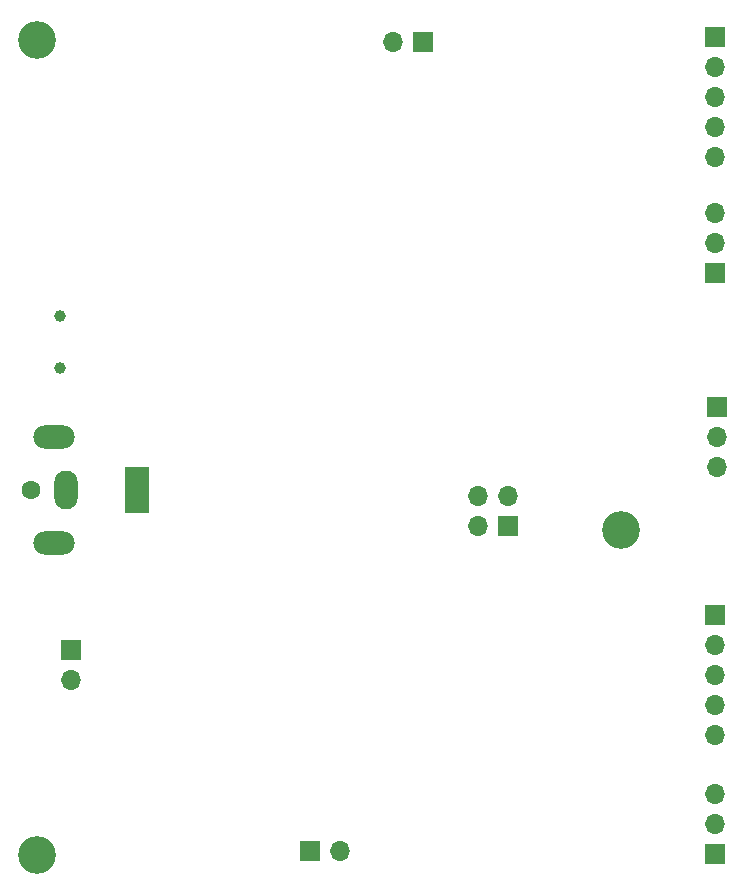
<source format=gbr>
%TF.GenerationSoftware,KiCad,Pcbnew,7.0.1*%
%TF.CreationDate,2024-02-19T12:40:40+01:00*%
%TF.ProjectId,BallBalancer,42616c6c-4261-46c6-916e-6365722e6b69,rev?*%
%TF.SameCoordinates,Original*%
%TF.FileFunction,Soldermask,Bot*%
%TF.FilePolarity,Negative*%
%FSLAX46Y46*%
G04 Gerber Fmt 4.6, Leading zero omitted, Abs format (unit mm)*
G04 Created by KiCad (PCBNEW 7.0.1) date 2024-02-19 12:40:40*
%MOMM*%
%LPD*%
G01*
G04 APERTURE LIST*
%ADD10R,1.700000X1.700000*%
%ADD11O,1.700000X1.700000*%
%ADD12C,3.200000*%
%ADD13C,1.600000*%
%ADD14R,2.000000X4.000000*%
%ADD15O,2.000000X3.300000*%
%ADD16O,3.500000X2.000000*%
%ADD17C,1.000000*%
G04 APERTURE END LIST*
D10*
%TO.C,J10*%
X89410000Y-113660000D03*
D11*
X89410000Y-116200000D03*
%TD*%
D10*
%TO.C,J4*%
X143900000Y-130900000D03*
D11*
X143900000Y-128360000D03*
X143900000Y-125820000D03*
%TD*%
D10*
%TO.C,J7*%
X143900000Y-81760000D03*
D11*
X143900000Y-79220000D03*
X143900000Y-76680000D03*
%TD*%
D10*
%TO.C,J5*%
X143900000Y-110740000D03*
D11*
X143900000Y-113280000D03*
X143900000Y-115820000D03*
X143900000Y-118360000D03*
X143900000Y-120900000D03*
%TD*%
D12*
%TO.C,H2*%
X136000000Y-103500000D03*
%TD*%
%TO.C,H3*%
X86500000Y-62000000D03*
%TD*%
%TO.C,H1*%
X86500000Y-131000000D03*
%TD*%
D10*
%TO.C,J3*%
X126390000Y-103190000D03*
D11*
X123850000Y-103190000D03*
X126390000Y-100650000D03*
X123850000Y-100650000D03*
%TD*%
D10*
%TO.C,M1*%
X109686451Y-130705292D03*
D11*
X112226451Y-130705292D03*
%TD*%
D10*
%TO.C,J6*%
X143900000Y-61740000D03*
D11*
X143900000Y-64280000D03*
X143900000Y-66820000D03*
X143900000Y-69360000D03*
X143900000Y-71900000D03*
%TD*%
D10*
%TO.C,M2*%
X119187500Y-62220000D03*
D11*
X116647500Y-62220000D03*
%TD*%
D13*
%TO.C,J8*%
X86000000Y-100100000D03*
D14*
X95000000Y-100100000D03*
D15*
X89000000Y-100100000D03*
D16*
X88000000Y-95600000D03*
X88000000Y-104600000D03*
%TD*%
D17*
%TO.C,J1*%
X88500000Y-85400000D03*
X88500000Y-89800000D03*
%TD*%
D10*
%TO.C,J2*%
X144100000Y-93080000D03*
D11*
X144100000Y-95620000D03*
X144100000Y-98160000D03*
%TD*%
M02*

</source>
